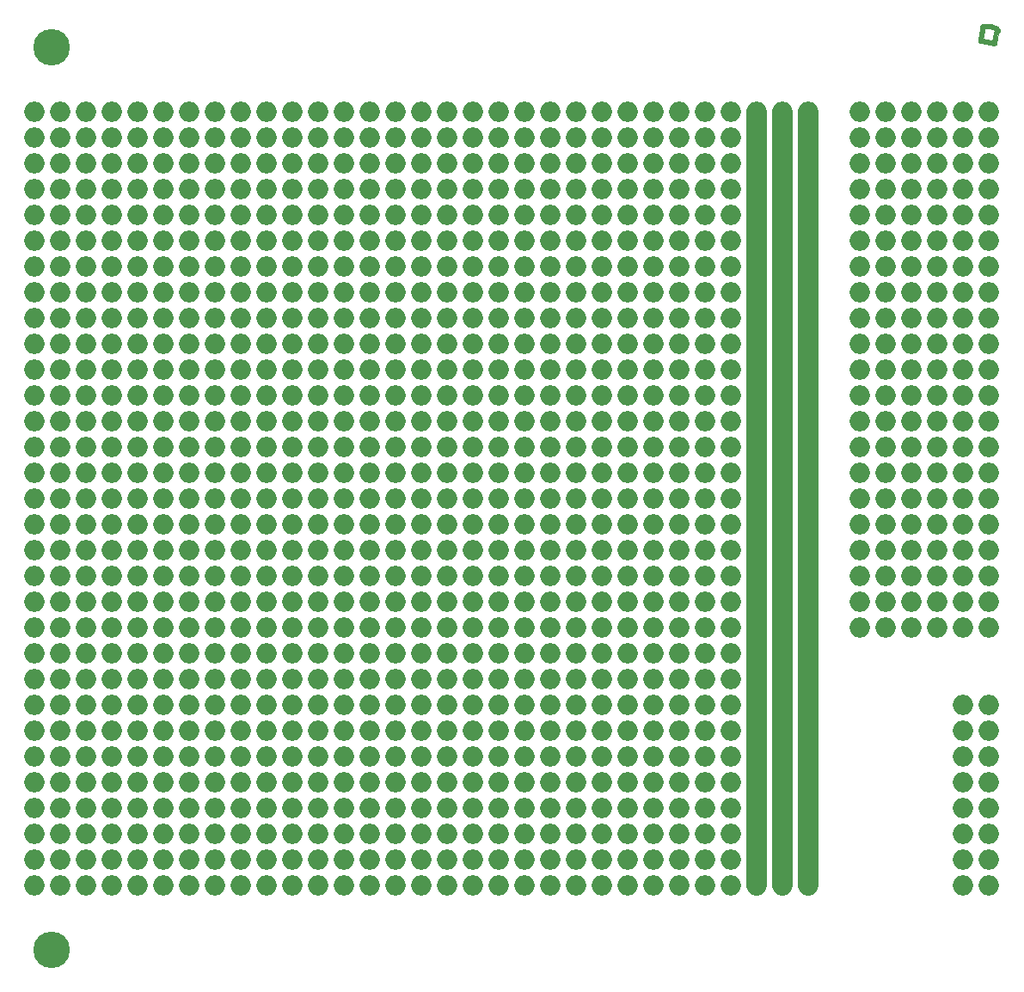
<source format=gbr>
G04 #@! TF.GenerationSoftware,KiCad,Pcbnew,5.1.7-a382d34a8~88~ubuntu16.04.1*
G04 #@! TF.CreationDate,2021-03-11T21:24:15+01:00*
G04 #@! TF.ProjectId,3u-100-eurocard-eurorack-protoboard,33752d31-3030-42d6-9575-726f63617264,rev?*
G04 #@! TF.SameCoordinates,Original*
G04 #@! TF.FileFunction,Copper,L1,Top*
G04 #@! TF.FilePolarity,Positive*
%FSLAX46Y46*%
G04 Gerber Fmt 4.6, Leading zero omitted, Abs format (unit mm)*
G04 Created by KiCad (PCBNEW 5.1.7-a382d34a8~88~ubuntu16.04.1) date 2021-03-11 21:24:15*
%MOMM*%
%LPD*%
G01*
G04 APERTURE LIST*
G04 #@! TA.AperFunction,EtchedComponent*
%ADD10C,0.010000*%
G04 #@! TD*
G04 #@! TA.AperFunction,ComponentPad*
%ADD11O,2.000000X2.000000*%
G04 #@! TD*
G04 #@! TA.AperFunction,ViaPad*
%ADD12C,3.600000*%
G04 #@! TD*
G04 #@! TA.AperFunction,Conductor*
%ADD13C,2.000000*%
G04 #@! TD*
G04 APERTURE END LIST*
D10*
G36*
X95743349Y-3378879D02*
G01*
X95868983Y-3390623D01*
X95998376Y-3409792D01*
X96129949Y-3436280D01*
X96262121Y-3469980D01*
X96273815Y-3473312D01*
X96386468Y-3508714D01*
X96489327Y-3547610D01*
X96586582Y-3591607D01*
X96601138Y-3598842D01*
X96664811Y-3632726D01*
X96718532Y-3665816D01*
X96766043Y-3700726D01*
X96811085Y-3740068D01*
X96831122Y-3759492D01*
X96862793Y-3792477D01*
X96886378Y-3820972D01*
X96904984Y-3849078D01*
X96919316Y-3875952D01*
X96931147Y-3900527D01*
X96938987Y-3919593D01*
X96943658Y-3937248D01*
X96945981Y-3957591D01*
X96946775Y-3984721D01*
X96946861Y-4013536D01*
X96946609Y-4049623D01*
X96945404Y-4075556D01*
X96942569Y-4095292D01*
X96937428Y-4112786D01*
X96929306Y-4131993D01*
X96925060Y-4141062D01*
X96908673Y-4170210D01*
X96886829Y-4202081D01*
X96864704Y-4229256D01*
X96826149Y-4271448D01*
X96717969Y-4817043D01*
X96696333Y-4925789D01*
X96677157Y-5021344D01*
X96660293Y-5104387D01*
X96645595Y-5175596D01*
X96632918Y-5235649D01*
X96622114Y-5285224D01*
X96613037Y-5325000D01*
X96605540Y-5355653D01*
X96599477Y-5377863D01*
X96594702Y-5392308D01*
X96592713Y-5396907D01*
X96566758Y-5435613D01*
X96531377Y-5469776D01*
X96491256Y-5494941D01*
X96488006Y-5496422D01*
X96477596Y-5500973D01*
X96467651Y-5504883D01*
X96457339Y-5508027D01*
X96445825Y-5510281D01*
X96432274Y-5511522D01*
X96415852Y-5511626D01*
X96395724Y-5510469D01*
X96371057Y-5507928D01*
X96341016Y-5503878D01*
X96304766Y-5498196D01*
X96261474Y-5490758D01*
X96210305Y-5481440D01*
X96150424Y-5470119D01*
X96080997Y-5456670D01*
X96001190Y-5440970D01*
X95910169Y-5422895D01*
X95807098Y-5402322D01*
X95691145Y-5379126D01*
X95673333Y-5375562D01*
X95539114Y-5348616D01*
X95418657Y-5324248D01*
X95311855Y-5302435D01*
X95218601Y-5283155D01*
X95138787Y-5266384D01*
X95072307Y-5252100D01*
X95019053Y-5240280D01*
X94978917Y-5230901D01*
X94951793Y-5223941D01*
X94937573Y-5219376D01*
X94937047Y-5219141D01*
X94895827Y-5192550D01*
X94861447Y-5155713D01*
X94835789Y-5111596D01*
X94820738Y-5063163D01*
X94817536Y-5030902D01*
X94818826Y-5018896D01*
X94822694Y-4994187D01*
X94828927Y-4957905D01*
X94837315Y-4911179D01*
X94847648Y-4855138D01*
X94849344Y-4846107D01*
X95290210Y-4846107D01*
X95292624Y-4848739D01*
X95301021Y-4852273D01*
X95316208Y-4856890D01*
X95338990Y-4862768D01*
X95370175Y-4870086D01*
X95410570Y-4879026D01*
X95460980Y-4889765D01*
X95522212Y-4902484D01*
X95595074Y-4917362D01*
X95680372Y-4934579D01*
X95754472Y-4949430D01*
X95833509Y-4965230D01*
X95908463Y-4980208D01*
X95978190Y-4994135D01*
X96041544Y-5006784D01*
X96097381Y-5017924D01*
X96144556Y-5027329D01*
X96181925Y-5034770D01*
X96208343Y-5040019D01*
X96222666Y-5042847D01*
X96224955Y-5043285D01*
X96230679Y-5038224D01*
X96233403Y-5031685D01*
X96235357Y-5022850D01*
X96239827Y-5001321D01*
X96246580Y-4968246D01*
X96255387Y-4924773D01*
X96266016Y-4872049D01*
X96278236Y-4811221D01*
X96291816Y-4743438D01*
X96306525Y-4669846D01*
X96322132Y-4591594D01*
X96333074Y-4536638D01*
X96349279Y-4455631D01*
X96364913Y-4378331D01*
X96379729Y-4305910D01*
X96393478Y-4239538D01*
X96405913Y-4180388D01*
X96416786Y-4129631D01*
X96425851Y-4088437D01*
X96432858Y-4057978D01*
X96437561Y-4039425D01*
X96439278Y-4034280D01*
X96446395Y-4019428D01*
X96449442Y-4010906D01*
X96449444Y-4010832D01*
X96443310Y-4005289D01*
X96426544Y-3995629D01*
X96401602Y-3983013D01*
X96370940Y-3968601D01*
X96337014Y-3953553D01*
X96302279Y-3939030D01*
X96274418Y-3928139D01*
X96154437Y-3888497D01*
X96026038Y-3856071D01*
X95893340Y-3831603D01*
X95760463Y-3815832D01*
X95631525Y-3809497D01*
X95613404Y-3809406D01*
X95566588Y-3809567D01*
X95532076Y-3810229D01*
X95508061Y-3811808D01*
X95492736Y-3814716D01*
X95484293Y-3819371D01*
X95480926Y-3826185D01*
X95480827Y-3835574D01*
X95481252Y-3839735D01*
X95480332Y-3850284D01*
X95476852Y-3873496D01*
X95471028Y-3908197D01*
X95463075Y-3953215D01*
X95453209Y-4007376D01*
X95441644Y-4069507D01*
X95428598Y-4138435D01*
X95414284Y-4212988D01*
X95398918Y-4291992D01*
X95387702Y-4349060D01*
X95371716Y-4430099D01*
X95356522Y-4507203D01*
X95342344Y-4579236D01*
X95329404Y-4645062D01*
X95317925Y-4703545D01*
X95308131Y-4753548D01*
X95300243Y-4793937D01*
X95294485Y-4823574D01*
X95291080Y-4841323D01*
X95290210Y-4846107D01*
X94849344Y-4846107D01*
X94859713Y-4790912D01*
X94873301Y-4719632D01*
X94888201Y-4642426D01*
X94904202Y-4560425D01*
X94921092Y-4474758D01*
X94925150Y-4454304D01*
X95033186Y-3910438D01*
X95014526Y-3863794D01*
X94995718Y-3799857D01*
X94990444Y-3737416D01*
X94998140Y-3677340D01*
X95018242Y-3620499D01*
X95050186Y-3567760D01*
X95093409Y-3519994D01*
X95147347Y-3478069D01*
X95211437Y-3442855D01*
X95285114Y-3415220D01*
X95309972Y-3408287D01*
X95404784Y-3389264D01*
X95509670Y-3378093D01*
X95623051Y-3374667D01*
X95743349Y-3378879D01*
G37*
X95743349Y-3378879D02*
X95868983Y-3390623D01*
X95998376Y-3409792D01*
X96129949Y-3436280D01*
X96262121Y-3469980D01*
X96273815Y-3473312D01*
X96386468Y-3508714D01*
X96489327Y-3547610D01*
X96586582Y-3591607D01*
X96601138Y-3598842D01*
X96664811Y-3632726D01*
X96718532Y-3665816D01*
X96766043Y-3700726D01*
X96811085Y-3740068D01*
X96831122Y-3759492D01*
X96862793Y-3792477D01*
X96886378Y-3820972D01*
X96904984Y-3849078D01*
X96919316Y-3875952D01*
X96931147Y-3900527D01*
X96938987Y-3919593D01*
X96943658Y-3937248D01*
X96945981Y-3957591D01*
X96946775Y-3984721D01*
X96946861Y-4013536D01*
X96946609Y-4049623D01*
X96945404Y-4075556D01*
X96942569Y-4095292D01*
X96937428Y-4112786D01*
X96929306Y-4131993D01*
X96925060Y-4141062D01*
X96908673Y-4170210D01*
X96886829Y-4202081D01*
X96864704Y-4229256D01*
X96826149Y-4271448D01*
X96717969Y-4817043D01*
X96696333Y-4925789D01*
X96677157Y-5021344D01*
X96660293Y-5104387D01*
X96645595Y-5175596D01*
X96632918Y-5235649D01*
X96622114Y-5285224D01*
X96613037Y-5325000D01*
X96605540Y-5355653D01*
X96599477Y-5377863D01*
X96594702Y-5392308D01*
X96592713Y-5396907D01*
X96566758Y-5435613D01*
X96531377Y-5469776D01*
X96491256Y-5494941D01*
X96488006Y-5496422D01*
X96477596Y-5500973D01*
X96467651Y-5504883D01*
X96457339Y-5508027D01*
X96445825Y-5510281D01*
X96432274Y-5511522D01*
X96415852Y-5511626D01*
X96395724Y-5510469D01*
X96371057Y-5507928D01*
X96341016Y-5503878D01*
X96304766Y-5498196D01*
X96261474Y-5490758D01*
X96210305Y-5481440D01*
X96150424Y-5470119D01*
X96080997Y-5456670D01*
X96001190Y-5440970D01*
X95910169Y-5422895D01*
X95807098Y-5402322D01*
X95691145Y-5379126D01*
X95673333Y-5375562D01*
X95539114Y-5348616D01*
X95418657Y-5324248D01*
X95311855Y-5302435D01*
X95218601Y-5283155D01*
X95138787Y-5266384D01*
X95072307Y-5252100D01*
X95019053Y-5240280D01*
X94978917Y-5230901D01*
X94951793Y-5223941D01*
X94937573Y-5219376D01*
X94937047Y-5219141D01*
X94895827Y-5192550D01*
X94861447Y-5155713D01*
X94835789Y-5111596D01*
X94820738Y-5063163D01*
X94817536Y-5030902D01*
X94818826Y-5018896D01*
X94822694Y-4994187D01*
X94828927Y-4957905D01*
X94837315Y-4911179D01*
X94847648Y-4855138D01*
X94849344Y-4846107D01*
X95290210Y-4846107D01*
X95292624Y-4848739D01*
X95301021Y-4852273D01*
X95316208Y-4856890D01*
X95338990Y-4862768D01*
X95370175Y-4870086D01*
X95410570Y-4879026D01*
X95460980Y-4889765D01*
X95522212Y-4902484D01*
X95595074Y-4917362D01*
X95680372Y-4934579D01*
X95754472Y-4949430D01*
X95833509Y-4965230D01*
X95908463Y-4980208D01*
X95978190Y-4994135D01*
X96041544Y-5006784D01*
X96097381Y-5017924D01*
X96144556Y-5027329D01*
X96181925Y-5034770D01*
X96208343Y-5040019D01*
X96222666Y-5042847D01*
X96224955Y-5043285D01*
X96230679Y-5038224D01*
X96233403Y-5031685D01*
X96235357Y-5022850D01*
X96239827Y-5001321D01*
X96246580Y-4968246D01*
X96255387Y-4924773D01*
X96266016Y-4872049D01*
X96278236Y-4811221D01*
X96291816Y-4743438D01*
X96306525Y-4669846D01*
X96322132Y-4591594D01*
X96333074Y-4536638D01*
X96349279Y-4455631D01*
X96364913Y-4378331D01*
X96379729Y-4305910D01*
X96393478Y-4239538D01*
X96405913Y-4180388D01*
X96416786Y-4129631D01*
X96425851Y-4088437D01*
X96432858Y-4057978D01*
X96437561Y-4039425D01*
X96439278Y-4034280D01*
X96446395Y-4019428D01*
X96449442Y-4010906D01*
X96449444Y-4010832D01*
X96443310Y-4005289D01*
X96426544Y-3995629D01*
X96401602Y-3983013D01*
X96370940Y-3968601D01*
X96337014Y-3953553D01*
X96302279Y-3939030D01*
X96274418Y-3928139D01*
X96154437Y-3888497D01*
X96026038Y-3856071D01*
X95893340Y-3831603D01*
X95760463Y-3815832D01*
X95631525Y-3809497D01*
X95613404Y-3809406D01*
X95566588Y-3809567D01*
X95532076Y-3810229D01*
X95508061Y-3811808D01*
X95492736Y-3814716D01*
X95484293Y-3819371D01*
X95480926Y-3826185D01*
X95480827Y-3835574D01*
X95481252Y-3839735D01*
X95480332Y-3850284D01*
X95476852Y-3873496D01*
X95471028Y-3908197D01*
X95463075Y-3953215D01*
X95453209Y-4007376D01*
X95441644Y-4069507D01*
X95428598Y-4138435D01*
X95414284Y-4212988D01*
X95398918Y-4291992D01*
X95387702Y-4349060D01*
X95371716Y-4430099D01*
X95356522Y-4507203D01*
X95342344Y-4579236D01*
X95329404Y-4645062D01*
X95317925Y-4703545D01*
X95308131Y-4753548D01*
X95300243Y-4793937D01*
X95294485Y-4823574D01*
X95291080Y-4841323D01*
X95290210Y-4846107D01*
X94849344Y-4846107D01*
X94859713Y-4790912D01*
X94873301Y-4719632D01*
X94888201Y-4642426D01*
X94904202Y-4560425D01*
X94921092Y-4474758D01*
X94925150Y-4454304D01*
X95033186Y-3910438D01*
X95014526Y-3863794D01*
X94995718Y-3799857D01*
X94990444Y-3737416D01*
X94998140Y-3677340D01*
X95018242Y-3620499D01*
X95050186Y-3567760D01*
X95093409Y-3519994D01*
X95147347Y-3478069D01*
X95211437Y-3442855D01*
X95285114Y-3415220D01*
X95309972Y-3408287D01*
X95404784Y-3389264D01*
X95509670Y-3378093D01*
X95623051Y-3374667D01*
X95743349Y-3378879D01*
D11*
X93345000Y-70485000D03*
X95885000Y-70485000D03*
X93345000Y-73025000D03*
X95885000Y-73025000D03*
X93345000Y-75565000D03*
X95885000Y-75565000D03*
X93345000Y-78105000D03*
X95885000Y-78105000D03*
X93345000Y-80645000D03*
X95885000Y-80645000D03*
X93345000Y-83185000D03*
X95885000Y-83185000D03*
X93345000Y-85725000D03*
X95885000Y-85725000D03*
X93345000Y-88265000D03*
X95885000Y-88265000D03*
X83185000Y-12065000D03*
X85725000Y-12065000D03*
X88265000Y-12065000D03*
X90805000Y-12065000D03*
X93345000Y-12065000D03*
X95885000Y-12065000D03*
X95885000Y-14605000D03*
X93345000Y-14605000D03*
X90805000Y-14605000D03*
X88265000Y-14605000D03*
X85725000Y-14605000D03*
X83185000Y-14605000D03*
X95885000Y-24765000D03*
X93345000Y-24765000D03*
X90805000Y-24765000D03*
X88265000Y-24765000D03*
X85725000Y-24765000D03*
X83185000Y-24765000D03*
X83185000Y-22225000D03*
X85725000Y-22225000D03*
X88265000Y-22225000D03*
X90805000Y-22225000D03*
X93345000Y-22225000D03*
X95885000Y-22225000D03*
X95885000Y-17145000D03*
X93345000Y-17145000D03*
X90805000Y-17145000D03*
X88265000Y-17145000D03*
X85725000Y-17145000D03*
X83185000Y-17145000D03*
X83185000Y-19685000D03*
X85725000Y-19685000D03*
X88265000Y-19685000D03*
X90805000Y-19685000D03*
X93345000Y-19685000D03*
X95885000Y-19685000D03*
X83185000Y-34925000D03*
X85725000Y-34925000D03*
X88265000Y-34925000D03*
X90805000Y-34925000D03*
X93345000Y-34925000D03*
X95885000Y-34925000D03*
X95885000Y-29845000D03*
X93345000Y-29845000D03*
X90805000Y-29845000D03*
X88265000Y-29845000D03*
X85725000Y-29845000D03*
X83185000Y-29845000D03*
X95885000Y-32385000D03*
X93345000Y-32385000D03*
X90805000Y-32385000D03*
X88265000Y-32385000D03*
X85725000Y-32385000D03*
X83185000Y-32385000D03*
X83185000Y-27305000D03*
X85725000Y-27305000D03*
X88265000Y-27305000D03*
X90805000Y-27305000D03*
X93345000Y-27305000D03*
X95885000Y-27305000D03*
X83185000Y-42545000D03*
X85725000Y-42545000D03*
X88265000Y-42545000D03*
X90805000Y-42545000D03*
X93345000Y-42545000D03*
X95885000Y-42545000D03*
X95885000Y-45085000D03*
X93345000Y-45085000D03*
X90805000Y-45085000D03*
X88265000Y-45085000D03*
X85725000Y-45085000D03*
X83185000Y-45085000D03*
X83185000Y-40005000D03*
X85725000Y-40005000D03*
X88265000Y-40005000D03*
X90805000Y-40005000D03*
X93345000Y-40005000D03*
X95885000Y-40005000D03*
X95885000Y-37465000D03*
X93345000Y-37465000D03*
X90805000Y-37465000D03*
X88265000Y-37465000D03*
X85725000Y-37465000D03*
X83185000Y-37465000D03*
X83185000Y-47625000D03*
X85725000Y-47625000D03*
X88265000Y-47625000D03*
X90805000Y-47625000D03*
X93345000Y-47625000D03*
X95885000Y-47625000D03*
X95885000Y-50165000D03*
X93345000Y-50165000D03*
X90805000Y-50165000D03*
X88265000Y-50165000D03*
X85725000Y-50165000D03*
X83185000Y-50165000D03*
X83185000Y-55245000D03*
X85725000Y-55245000D03*
X88265000Y-55245000D03*
X90805000Y-55245000D03*
X93345000Y-55245000D03*
X95885000Y-55245000D03*
X95885000Y-52705000D03*
X93345000Y-52705000D03*
X90805000Y-52705000D03*
X88265000Y-52705000D03*
X85725000Y-52705000D03*
X83185000Y-52705000D03*
X83185000Y-60325000D03*
X85725000Y-60325000D03*
X88265000Y-60325000D03*
X90805000Y-60325000D03*
X93345000Y-60325000D03*
X95885000Y-60325000D03*
X95885000Y-57785000D03*
X93345000Y-57785000D03*
X90805000Y-57785000D03*
X88265000Y-57785000D03*
X85725000Y-57785000D03*
X83185000Y-57785000D03*
X83185000Y-62865000D03*
X85725000Y-62865000D03*
X88265000Y-62865000D03*
X90805000Y-62865000D03*
X93345000Y-62865000D03*
X95885000Y-62865000D03*
X1905000Y-12065000D03*
X4445000Y-12065000D03*
X6985000Y-12065000D03*
X9525000Y-12065000D03*
X12065000Y-12065000D03*
X14605000Y-12065000D03*
X17145000Y-12065000D03*
X19685000Y-12065000D03*
X22225000Y-12065000D03*
X24765000Y-12065000D03*
X27305000Y-12065000D03*
X29845000Y-12065000D03*
X32385000Y-12065000D03*
X34925000Y-12065000D03*
X37465000Y-12065000D03*
X40005000Y-12065000D03*
X42545000Y-12065000D03*
X45085000Y-12065000D03*
X47625000Y-12065000D03*
X50165000Y-12065000D03*
X52705000Y-12065000D03*
X55245000Y-12065000D03*
X57785000Y-12065000D03*
X60325000Y-12065000D03*
X62865000Y-12065000D03*
X65405000Y-12065000D03*
X67945000Y-12065000D03*
X70485000Y-12065000D03*
X73025000Y-12065000D03*
X75565000Y-12065000D03*
X78105000Y-12065000D03*
X78105000Y-88265000D03*
X75565000Y-88265000D03*
X73025000Y-88265000D03*
X70485000Y-88265000D03*
X67945000Y-88265000D03*
X65405000Y-88265000D03*
X62865000Y-88265000D03*
X60325000Y-88265000D03*
X57785000Y-88265000D03*
X55245000Y-88265000D03*
X52705000Y-88265000D03*
X50165000Y-88265000D03*
X47625000Y-88265000D03*
X45085000Y-88265000D03*
X42545000Y-88265000D03*
X40005000Y-88265000D03*
X37465000Y-88265000D03*
X34925000Y-88265000D03*
X32385000Y-88265000D03*
X29845000Y-88265000D03*
X27305000Y-88265000D03*
X24765000Y-88265000D03*
X22225000Y-88265000D03*
X19685000Y-88265000D03*
X17145000Y-88265000D03*
X14605000Y-88265000D03*
X12065000Y-88265000D03*
X9525000Y-88265000D03*
X6985000Y-88265000D03*
X4445000Y-88265000D03*
X1905000Y-88265000D03*
X1905000Y-85725000D03*
X4445000Y-85725000D03*
X6985000Y-85725000D03*
X9525000Y-85725000D03*
X12065000Y-85725000D03*
X14605000Y-85725000D03*
X17145000Y-85725000D03*
X19685000Y-85725000D03*
X22225000Y-85725000D03*
X24765000Y-85725000D03*
X27305000Y-85725000D03*
X29845000Y-85725000D03*
X32385000Y-85725000D03*
X34925000Y-85725000D03*
X37465000Y-85725000D03*
X40005000Y-85725000D03*
X42545000Y-85725000D03*
X45085000Y-85725000D03*
X47625000Y-85725000D03*
X50165000Y-85725000D03*
X52705000Y-85725000D03*
X55245000Y-85725000D03*
X57785000Y-85725000D03*
X60325000Y-85725000D03*
X62865000Y-85725000D03*
X65405000Y-85725000D03*
X67945000Y-85725000D03*
X70485000Y-85725000D03*
X73025000Y-85725000D03*
X75565000Y-85725000D03*
X78105000Y-85725000D03*
X78105000Y-83185000D03*
X75565000Y-83185000D03*
X73025000Y-83185000D03*
X70485000Y-83185000D03*
X67945000Y-83185000D03*
X65405000Y-83185000D03*
X62865000Y-83185000D03*
X60325000Y-83185000D03*
X57785000Y-83185000D03*
X55245000Y-83185000D03*
X52705000Y-83185000D03*
X50165000Y-83185000D03*
X47625000Y-83185000D03*
X45085000Y-83185000D03*
X42545000Y-83185000D03*
X40005000Y-83185000D03*
X37465000Y-83185000D03*
X34925000Y-83185000D03*
X32385000Y-83185000D03*
X29845000Y-83185000D03*
X27305000Y-83185000D03*
X24765000Y-83185000D03*
X22225000Y-83185000D03*
X19685000Y-83185000D03*
X17145000Y-83185000D03*
X14605000Y-83185000D03*
X12065000Y-83185000D03*
X9525000Y-83185000D03*
X6985000Y-83185000D03*
X4445000Y-83185000D03*
X1905000Y-83185000D03*
X78105000Y-80645000D03*
X75565000Y-80645000D03*
X73025000Y-80645000D03*
X70485000Y-80645000D03*
X67945000Y-80645000D03*
X65405000Y-80645000D03*
X62865000Y-80645000D03*
X60325000Y-80645000D03*
X57785000Y-80645000D03*
X55245000Y-80645000D03*
X52705000Y-80645000D03*
X50165000Y-80645000D03*
X47625000Y-80645000D03*
X45085000Y-80645000D03*
X42545000Y-80645000D03*
X40005000Y-80645000D03*
X37465000Y-80645000D03*
X34925000Y-80645000D03*
X32385000Y-80645000D03*
X29845000Y-80645000D03*
X27305000Y-80645000D03*
X24765000Y-80645000D03*
X22225000Y-80645000D03*
X19685000Y-80645000D03*
X17145000Y-80645000D03*
X14605000Y-80645000D03*
X12065000Y-80645000D03*
X9525000Y-80645000D03*
X6985000Y-80645000D03*
X4445000Y-80645000D03*
X1905000Y-80645000D03*
X1905000Y-75565000D03*
X4445000Y-75565000D03*
X6985000Y-75565000D03*
X9525000Y-75565000D03*
X12065000Y-75565000D03*
X14605000Y-75565000D03*
X17145000Y-75565000D03*
X19685000Y-75565000D03*
X22225000Y-75565000D03*
X24765000Y-75565000D03*
X27305000Y-75565000D03*
X29845000Y-75565000D03*
X32385000Y-75565000D03*
X34925000Y-75565000D03*
X37465000Y-75565000D03*
X40005000Y-75565000D03*
X42545000Y-75565000D03*
X45085000Y-75565000D03*
X47625000Y-75565000D03*
X50165000Y-75565000D03*
X52705000Y-75565000D03*
X55245000Y-75565000D03*
X57785000Y-75565000D03*
X60325000Y-75565000D03*
X62865000Y-75565000D03*
X65405000Y-75565000D03*
X67945000Y-75565000D03*
X70485000Y-75565000D03*
X73025000Y-75565000D03*
X75565000Y-75565000D03*
X78105000Y-75565000D03*
X1905000Y-73025000D03*
X4445000Y-73025000D03*
X6985000Y-73025000D03*
X9525000Y-73025000D03*
X12065000Y-73025000D03*
X14605000Y-73025000D03*
X17145000Y-73025000D03*
X19685000Y-73025000D03*
X22225000Y-73025000D03*
X24765000Y-73025000D03*
X27305000Y-73025000D03*
X29845000Y-73025000D03*
X32385000Y-73025000D03*
X34925000Y-73025000D03*
X37465000Y-73025000D03*
X40005000Y-73025000D03*
X42545000Y-73025000D03*
X45085000Y-73025000D03*
X47625000Y-73025000D03*
X50165000Y-73025000D03*
X52705000Y-73025000D03*
X55245000Y-73025000D03*
X57785000Y-73025000D03*
X60325000Y-73025000D03*
X62865000Y-73025000D03*
X65405000Y-73025000D03*
X67945000Y-73025000D03*
X70485000Y-73025000D03*
X73025000Y-73025000D03*
X75565000Y-73025000D03*
X78105000Y-73025000D03*
X78105000Y-78105000D03*
X75565000Y-78105000D03*
X73025000Y-78105000D03*
X70485000Y-78105000D03*
X67945000Y-78105000D03*
X65405000Y-78105000D03*
X62865000Y-78105000D03*
X60325000Y-78105000D03*
X57785000Y-78105000D03*
X55245000Y-78105000D03*
X52705000Y-78105000D03*
X50165000Y-78105000D03*
X47625000Y-78105000D03*
X45085000Y-78105000D03*
X42545000Y-78105000D03*
X40005000Y-78105000D03*
X37465000Y-78105000D03*
X34925000Y-78105000D03*
X32385000Y-78105000D03*
X29845000Y-78105000D03*
X27305000Y-78105000D03*
X24765000Y-78105000D03*
X22225000Y-78105000D03*
X19685000Y-78105000D03*
X17145000Y-78105000D03*
X14605000Y-78105000D03*
X12065000Y-78105000D03*
X9525000Y-78105000D03*
X6985000Y-78105000D03*
X4445000Y-78105000D03*
X1905000Y-78105000D03*
X78105000Y-55245000D03*
X75565000Y-55245000D03*
X73025000Y-55245000D03*
X70485000Y-55245000D03*
X67945000Y-55245000D03*
X65405000Y-55245000D03*
X62865000Y-55245000D03*
X60325000Y-55245000D03*
X57785000Y-55245000D03*
X55245000Y-55245000D03*
X52705000Y-55245000D03*
X50165000Y-55245000D03*
X47625000Y-55245000D03*
X45085000Y-55245000D03*
X42545000Y-55245000D03*
X40005000Y-55245000D03*
X37465000Y-55245000D03*
X34925000Y-55245000D03*
X32385000Y-55245000D03*
X29845000Y-55245000D03*
X27305000Y-55245000D03*
X24765000Y-55245000D03*
X22225000Y-55245000D03*
X19685000Y-55245000D03*
X17145000Y-55245000D03*
X14605000Y-55245000D03*
X12065000Y-55245000D03*
X9525000Y-55245000D03*
X6985000Y-55245000D03*
X4445000Y-55245000D03*
X1905000Y-55245000D03*
X1905000Y-62865000D03*
X4445000Y-62865000D03*
X6985000Y-62865000D03*
X9525000Y-62865000D03*
X12065000Y-62865000D03*
X14605000Y-62865000D03*
X17145000Y-62865000D03*
X19685000Y-62865000D03*
X22225000Y-62865000D03*
X24765000Y-62865000D03*
X27305000Y-62865000D03*
X29845000Y-62865000D03*
X32385000Y-62865000D03*
X34925000Y-62865000D03*
X37465000Y-62865000D03*
X40005000Y-62865000D03*
X42545000Y-62865000D03*
X45085000Y-62865000D03*
X47625000Y-62865000D03*
X50165000Y-62865000D03*
X52705000Y-62865000D03*
X55245000Y-62865000D03*
X57785000Y-62865000D03*
X60325000Y-62865000D03*
X62865000Y-62865000D03*
X65405000Y-62865000D03*
X67945000Y-62865000D03*
X70485000Y-62865000D03*
X73025000Y-62865000D03*
X75565000Y-62865000D03*
X78105000Y-62865000D03*
X78105000Y-70485000D03*
X75565000Y-70485000D03*
X73025000Y-70485000D03*
X70485000Y-70485000D03*
X67945000Y-70485000D03*
X65405000Y-70485000D03*
X62865000Y-70485000D03*
X60325000Y-70485000D03*
X57785000Y-70485000D03*
X55245000Y-70485000D03*
X52705000Y-70485000D03*
X50165000Y-70485000D03*
X47625000Y-70485000D03*
X45085000Y-70485000D03*
X42545000Y-70485000D03*
X40005000Y-70485000D03*
X37465000Y-70485000D03*
X34925000Y-70485000D03*
X32385000Y-70485000D03*
X29845000Y-70485000D03*
X27305000Y-70485000D03*
X24765000Y-70485000D03*
X22225000Y-70485000D03*
X19685000Y-70485000D03*
X17145000Y-70485000D03*
X14605000Y-70485000D03*
X12065000Y-70485000D03*
X9525000Y-70485000D03*
X6985000Y-70485000D03*
X4445000Y-70485000D03*
X1905000Y-70485000D03*
X1905000Y-60325000D03*
X4445000Y-60325000D03*
X6985000Y-60325000D03*
X9525000Y-60325000D03*
X12065000Y-60325000D03*
X14605000Y-60325000D03*
X17145000Y-60325000D03*
X19685000Y-60325000D03*
X22225000Y-60325000D03*
X24765000Y-60325000D03*
X27305000Y-60325000D03*
X29845000Y-60325000D03*
X32385000Y-60325000D03*
X34925000Y-60325000D03*
X37465000Y-60325000D03*
X40005000Y-60325000D03*
X42545000Y-60325000D03*
X45085000Y-60325000D03*
X47625000Y-60325000D03*
X50165000Y-60325000D03*
X52705000Y-60325000D03*
X55245000Y-60325000D03*
X57785000Y-60325000D03*
X60325000Y-60325000D03*
X62865000Y-60325000D03*
X65405000Y-60325000D03*
X67945000Y-60325000D03*
X70485000Y-60325000D03*
X73025000Y-60325000D03*
X75565000Y-60325000D03*
X78105000Y-60325000D03*
X78105000Y-52705000D03*
X75565000Y-52705000D03*
X73025000Y-52705000D03*
X70485000Y-52705000D03*
X67945000Y-52705000D03*
X65405000Y-52705000D03*
X62865000Y-52705000D03*
X60325000Y-52705000D03*
X57785000Y-52705000D03*
X55245000Y-52705000D03*
X52705000Y-52705000D03*
X50165000Y-52705000D03*
X47625000Y-52705000D03*
X45085000Y-52705000D03*
X42545000Y-52705000D03*
X40005000Y-52705000D03*
X37465000Y-52705000D03*
X34925000Y-52705000D03*
X32385000Y-52705000D03*
X29845000Y-52705000D03*
X27305000Y-52705000D03*
X24765000Y-52705000D03*
X22225000Y-52705000D03*
X19685000Y-52705000D03*
X17145000Y-52705000D03*
X14605000Y-52705000D03*
X12065000Y-52705000D03*
X9525000Y-52705000D03*
X6985000Y-52705000D03*
X4445000Y-52705000D03*
X1905000Y-52705000D03*
X1905000Y-57785000D03*
X4445000Y-57785000D03*
X6985000Y-57785000D03*
X9525000Y-57785000D03*
X12065000Y-57785000D03*
X14605000Y-57785000D03*
X17145000Y-57785000D03*
X19685000Y-57785000D03*
X22225000Y-57785000D03*
X24765000Y-57785000D03*
X27305000Y-57785000D03*
X29845000Y-57785000D03*
X32385000Y-57785000D03*
X34925000Y-57785000D03*
X37465000Y-57785000D03*
X40005000Y-57785000D03*
X42545000Y-57785000D03*
X45085000Y-57785000D03*
X47625000Y-57785000D03*
X50165000Y-57785000D03*
X52705000Y-57785000D03*
X55245000Y-57785000D03*
X57785000Y-57785000D03*
X60325000Y-57785000D03*
X62865000Y-57785000D03*
X65405000Y-57785000D03*
X67945000Y-57785000D03*
X70485000Y-57785000D03*
X73025000Y-57785000D03*
X75565000Y-57785000D03*
X78105000Y-57785000D03*
X78105000Y-67945000D03*
X75565000Y-67945000D03*
X73025000Y-67945000D03*
X70485000Y-67945000D03*
X67945000Y-67945000D03*
X65405000Y-67945000D03*
X62865000Y-67945000D03*
X60325000Y-67945000D03*
X57785000Y-67945000D03*
X55245000Y-67945000D03*
X52705000Y-67945000D03*
X50165000Y-67945000D03*
X47625000Y-67945000D03*
X45085000Y-67945000D03*
X42545000Y-67945000D03*
X40005000Y-67945000D03*
X37465000Y-67945000D03*
X34925000Y-67945000D03*
X32385000Y-67945000D03*
X29845000Y-67945000D03*
X27305000Y-67945000D03*
X24765000Y-67945000D03*
X22225000Y-67945000D03*
X19685000Y-67945000D03*
X17145000Y-67945000D03*
X14605000Y-67945000D03*
X12065000Y-67945000D03*
X9525000Y-67945000D03*
X6985000Y-67945000D03*
X4445000Y-67945000D03*
X1905000Y-67945000D03*
X1905000Y-65405000D03*
X4445000Y-65405000D03*
X6985000Y-65405000D03*
X9525000Y-65405000D03*
X12065000Y-65405000D03*
X14605000Y-65405000D03*
X17145000Y-65405000D03*
X19685000Y-65405000D03*
X22225000Y-65405000D03*
X24765000Y-65405000D03*
X27305000Y-65405000D03*
X29845000Y-65405000D03*
X32385000Y-65405000D03*
X34925000Y-65405000D03*
X37465000Y-65405000D03*
X40005000Y-65405000D03*
X42545000Y-65405000D03*
X45085000Y-65405000D03*
X47625000Y-65405000D03*
X50165000Y-65405000D03*
X52705000Y-65405000D03*
X55245000Y-65405000D03*
X57785000Y-65405000D03*
X60325000Y-65405000D03*
X62865000Y-65405000D03*
X65405000Y-65405000D03*
X67945000Y-65405000D03*
X70485000Y-65405000D03*
X73025000Y-65405000D03*
X75565000Y-65405000D03*
X78105000Y-65405000D03*
X78105000Y-14605000D03*
X75565000Y-14605000D03*
X73025000Y-14605000D03*
X70485000Y-14605000D03*
X67945000Y-14605000D03*
X65405000Y-14605000D03*
X62865000Y-14605000D03*
X60325000Y-14605000D03*
X57785000Y-14605000D03*
X55245000Y-14605000D03*
X52705000Y-14605000D03*
X50165000Y-14605000D03*
X47625000Y-14605000D03*
X45085000Y-14605000D03*
X42545000Y-14605000D03*
X40005000Y-14605000D03*
X37465000Y-14605000D03*
X34925000Y-14605000D03*
X32385000Y-14605000D03*
X29845000Y-14605000D03*
X27305000Y-14605000D03*
X24765000Y-14605000D03*
X22225000Y-14605000D03*
X19685000Y-14605000D03*
X17145000Y-14605000D03*
X14605000Y-14605000D03*
X12065000Y-14605000D03*
X9525000Y-14605000D03*
X6985000Y-14605000D03*
X4445000Y-14605000D03*
X1905000Y-14605000D03*
X78105000Y-19685000D03*
X75565000Y-19685000D03*
X73025000Y-19685000D03*
X70485000Y-19685000D03*
X67945000Y-19685000D03*
X65405000Y-19685000D03*
X62865000Y-19685000D03*
X60325000Y-19685000D03*
X57785000Y-19685000D03*
X55245000Y-19685000D03*
X52705000Y-19685000D03*
X50165000Y-19685000D03*
X47625000Y-19685000D03*
X45085000Y-19685000D03*
X42545000Y-19685000D03*
X40005000Y-19685000D03*
X37465000Y-19685000D03*
X34925000Y-19685000D03*
X32385000Y-19685000D03*
X29845000Y-19685000D03*
X27305000Y-19685000D03*
X24765000Y-19685000D03*
X22225000Y-19685000D03*
X19685000Y-19685000D03*
X17145000Y-19685000D03*
X14605000Y-19685000D03*
X12065000Y-19685000D03*
X9525000Y-19685000D03*
X6985000Y-19685000D03*
X4445000Y-19685000D03*
X1905000Y-19685000D03*
X1905000Y-27305000D03*
X4445000Y-27305000D03*
X6985000Y-27305000D03*
X9525000Y-27305000D03*
X12065000Y-27305000D03*
X14605000Y-27305000D03*
X17145000Y-27305000D03*
X19685000Y-27305000D03*
X22225000Y-27305000D03*
X24765000Y-27305000D03*
X27305000Y-27305000D03*
X29845000Y-27305000D03*
X32385000Y-27305000D03*
X34925000Y-27305000D03*
X37465000Y-27305000D03*
X40005000Y-27305000D03*
X42545000Y-27305000D03*
X45085000Y-27305000D03*
X47625000Y-27305000D03*
X50165000Y-27305000D03*
X52705000Y-27305000D03*
X55245000Y-27305000D03*
X57785000Y-27305000D03*
X60325000Y-27305000D03*
X62865000Y-27305000D03*
X65405000Y-27305000D03*
X67945000Y-27305000D03*
X70485000Y-27305000D03*
X73025000Y-27305000D03*
X75565000Y-27305000D03*
X78105000Y-27305000D03*
X1905000Y-24765000D03*
X4445000Y-24765000D03*
X6985000Y-24765000D03*
X9525000Y-24765000D03*
X12065000Y-24765000D03*
X14605000Y-24765000D03*
X17145000Y-24765000D03*
X19685000Y-24765000D03*
X22225000Y-24765000D03*
X24765000Y-24765000D03*
X27305000Y-24765000D03*
X29845000Y-24765000D03*
X32385000Y-24765000D03*
X34925000Y-24765000D03*
X37465000Y-24765000D03*
X40005000Y-24765000D03*
X42545000Y-24765000D03*
X45085000Y-24765000D03*
X47625000Y-24765000D03*
X50165000Y-24765000D03*
X52705000Y-24765000D03*
X55245000Y-24765000D03*
X57785000Y-24765000D03*
X60325000Y-24765000D03*
X62865000Y-24765000D03*
X65405000Y-24765000D03*
X67945000Y-24765000D03*
X70485000Y-24765000D03*
X73025000Y-24765000D03*
X75565000Y-24765000D03*
X78105000Y-24765000D03*
X78105000Y-17145000D03*
X75565000Y-17145000D03*
X73025000Y-17145000D03*
X70485000Y-17145000D03*
X67945000Y-17145000D03*
X65405000Y-17145000D03*
X62865000Y-17145000D03*
X60325000Y-17145000D03*
X57785000Y-17145000D03*
X55245000Y-17145000D03*
X52705000Y-17145000D03*
X50165000Y-17145000D03*
X47625000Y-17145000D03*
X45085000Y-17145000D03*
X42545000Y-17145000D03*
X40005000Y-17145000D03*
X37465000Y-17145000D03*
X34925000Y-17145000D03*
X32385000Y-17145000D03*
X29845000Y-17145000D03*
X27305000Y-17145000D03*
X24765000Y-17145000D03*
X22225000Y-17145000D03*
X19685000Y-17145000D03*
X17145000Y-17145000D03*
X14605000Y-17145000D03*
X12065000Y-17145000D03*
X9525000Y-17145000D03*
X6985000Y-17145000D03*
X4445000Y-17145000D03*
X1905000Y-17145000D03*
X1905000Y-22225000D03*
X4445000Y-22225000D03*
X6985000Y-22225000D03*
X9525000Y-22225000D03*
X12065000Y-22225000D03*
X14605000Y-22225000D03*
X17145000Y-22225000D03*
X19685000Y-22225000D03*
X22225000Y-22225000D03*
X24765000Y-22225000D03*
X27305000Y-22225000D03*
X29845000Y-22225000D03*
X32385000Y-22225000D03*
X34925000Y-22225000D03*
X37465000Y-22225000D03*
X40005000Y-22225000D03*
X42545000Y-22225000D03*
X45085000Y-22225000D03*
X47625000Y-22225000D03*
X50165000Y-22225000D03*
X52705000Y-22225000D03*
X55245000Y-22225000D03*
X57785000Y-22225000D03*
X60325000Y-22225000D03*
X62865000Y-22225000D03*
X65405000Y-22225000D03*
X67945000Y-22225000D03*
X70485000Y-22225000D03*
X73025000Y-22225000D03*
X75565000Y-22225000D03*
X78105000Y-22225000D03*
X1905000Y-29845000D03*
X4445000Y-29845000D03*
X6985000Y-29845000D03*
X9525000Y-29845000D03*
X12065000Y-29845000D03*
X14605000Y-29845000D03*
X17145000Y-29845000D03*
X19685000Y-29845000D03*
X22225000Y-29845000D03*
X24765000Y-29845000D03*
X27305000Y-29845000D03*
X29845000Y-29845000D03*
X32385000Y-29845000D03*
X34925000Y-29845000D03*
X37465000Y-29845000D03*
X40005000Y-29845000D03*
X42545000Y-29845000D03*
X45085000Y-29845000D03*
X47625000Y-29845000D03*
X50165000Y-29845000D03*
X52705000Y-29845000D03*
X55245000Y-29845000D03*
X57785000Y-29845000D03*
X60325000Y-29845000D03*
X62865000Y-29845000D03*
X65405000Y-29845000D03*
X67945000Y-29845000D03*
X70485000Y-29845000D03*
X73025000Y-29845000D03*
X75565000Y-29845000D03*
X78105000Y-29845000D03*
X78105000Y-37465000D03*
X75565000Y-37465000D03*
X73025000Y-37465000D03*
X70485000Y-37465000D03*
X67945000Y-37465000D03*
X65405000Y-37465000D03*
X62865000Y-37465000D03*
X60325000Y-37465000D03*
X57785000Y-37465000D03*
X55245000Y-37465000D03*
X52705000Y-37465000D03*
X50165000Y-37465000D03*
X47625000Y-37465000D03*
X45085000Y-37465000D03*
X42545000Y-37465000D03*
X40005000Y-37465000D03*
X37465000Y-37465000D03*
X34925000Y-37465000D03*
X32385000Y-37465000D03*
X29845000Y-37465000D03*
X27305000Y-37465000D03*
X24765000Y-37465000D03*
X22225000Y-37465000D03*
X19685000Y-37465000D03*
X17145000Y-37465000D03*
X14605000Y-37465000D03*
X12065000Y-37465000D03*
X9525000Y-37465000D03*
X6985000Y-37465000D03*
X4445000Y-37465000D03*
X1905000Y-37465000D03*
X78105000Y-34925000D03*
X75565000Y-34925000D03*
X73025000Y-34925000D03*
X70485000Y-34925000D03*
X67945000Y-34925000D03*
X65405000Y-34925000D03*
X62865000Y-34925000D03*
X60325000Y-34925000D03*
X57785000Y-34925000D03*
X55245000Y-34925000D03*
X52705000Y-34925000D03*
X50165000Y-34925000D03*
X47625000Y-34925000D03*
X45085000Y-34925000D03*
X42545000Y-34925000D03*
X40005000Y-34925000D03*
X37465000Y-34925000D03*
X34925000Y-34925000D03*
X32385000Y-34925000D03*
X29845000Y-34925000D03*
X27305000Y-34925000D03*
X24765000Y-34925000D03*
X22225000Y-34925000D03*
X19685000Y-34925000D03*
X17145000Y-34925000D03*
X14605000Y-34925000D03*
X12065000Y-34925000D03*
X9525000Y-34925000D03*
X6985000Y-34925000D03*
X4445000Y-34925000D03*
X1905000Y-34925000D03*
X1905000Y-32385000D03*
X4445000Y-32385000D03*
X6985000Y-32385000D03*
X9525000Y-32385000D03*
X12065000Y-32385000D03*
X14605000Y-32385000D03*
X17145000Y-32385000D03*
X19685000Y-32385000D03*
X22225000Y-32385000D03*
X24765000Y-32385000D03*
X27305000Y-32385000D03*
X29845000Y-32385000D03*
X32385000Y-32385000D03*
X34925000Y-32385000D03*
X37465000Y-32385000D03*
X40005000Y-32385000D03*
X42545000Y-32385000D03*
X45085000Y-32385000D03*
X47625000Y-32385000D03*
X50165000Y-32385000D03*
X52705000Y-32385000D03*
X55245000Y-32385000D03*
X57785000Y-32385000D03*
X60325000Y-32385000D03*
X62865000Y-32385000D03*
X65405000Y-32385000D03*
X67945000Y-32385000D03*
X70485000Y-32385000D03*
X73025000Y-32385000D03*
X75565000Y-32385000D03*
X78105000Y-32385000D03*
X78105000Y-42545000D03*
X75565000Y-42545000D03*
X73025000Y-42545000D03*
X70485000Y-42545000D03*
X67945000Y-42545000D03*
X65405000Y-42545000D03*
X62865000Y-42545000D03*
X60325000Y-42545000D03*
X57785000Y-42545000D03*
X55245000Y-42545000D03*
X52705000Y-42545000D03*
X50165000Y-42545000D03*
X47625000Y-42545000D03*
X45085000Y-42545000D03*
X42545000Y-42545000D03*
X40005000Y-42545000D03*
X37465000Y-42545000D03*
X34925000Y-42545000D03*
X32385000Y-42545000D03*
X29845000Y-42545000D03*
X27305000Y-42545000D03*
X24765000Y-42545000D03*
X22225000Y-42545000D03*
X19685000Y-42545000D03*
X17145000Y-42545000D03*
X14605000Y-42545000D03*
X12065000Y-42545000D03*
X9525000Y-42545000D03*
X6985000Y-42545000D03*
X4445000Y-42545000D03*
X1905000Y-42545000D03*
X78105000Y-40005000D03*
X75565000Y-40005000D03*
X73025000Y-40005000D03*
X70485000Y-40005000D03*
X67945000Y-40005000D03*
X65405000Y-40005000D03*
X62865000Y-40005000D03*
X60325000Y-40005000D03*
X57785000Y-40005000D03*
X55245000Y-40005000D03*
X52705000Y-40005000D03*
X50165000Y-40005000D03*
X47625000Y-40005000D03*
X45085000Y-40005000D03*
X42545000Y-40005000D03*
X40005000Y-40005000D03*
X37465000Y-40005000D03*
X34925000Y-40005000D03*
X32385000Y-40005000D03*
X29845000Y-40005000D03*
X27305000Y-40005000D03*
X24765000Y-40005000D03*
X22225000Y-40005000D03*
X19685000Y-40005000D03*
X17145000Y-40005000D03*
X14605000Y-40005000D03*
X12065000Y-40005000D03*
X9525000Y-40005000D03*
X6985000Y-40005000D03*
X4445000Y-40005000D03*
X1905000Y-40005000D03*
X1905000Y-45085000D03*
X4445000Y-45085000D03*
X6985000Y-45085000D03*
X9525000Y-45085000D03*
X12065000Y-45085000D03*
X14605000Y-45085000D03*
X17145000Y-45085000D03*
X19685000Y-45085000D03*
X22225000Y-45085000D03*
X24765000Y-45085000D03*
X27305000Y-45085000D03*
X29845000Y-45085000D03*
X32385000Y-45085000D03*
X34925000Y-45085000D03*
X37465000Y-45085000D03*
X40005000Y-45085000D03*
X42545000Y-45085000D03*
X45085000Y-45085000D03*
X47625000Y-45085000D03*
X50165000Y-45085000D03*
X52705000Y-45085000D03*
X55245000Y-45085000D03*
X57785000Y-45085000D03*
X60325000Y-45085000D03*
X62865000Y-45085000D03*
X65405000Y-45085000D03*
X67945000Y-45085000D03*
X70485000Y-45085000D03*
X73025000Y-45085000D03*
X75565000Y-45085000D03*
X78105000Y-45085000D03*
X1905000Y-47625000D03*
X4445000Y-47625000D03*
X6985000Y-47625000D03*
X9525000Y-47625000D03*
X12065000Y-47625000D03*
X14605000Y-47625000D03*
X17145000Y-47625000D03*
X19685000Y-47625000D03*
X22225000Y-47625000D03*
X24765000Y-47625000D03*
X27305000Y-47625000D03*
X29845000Y-47625000D03*
X32385000Y-47625000D03*
X34925000Y-47625000D03*
X37465000Y-47625000D03*
X40005000Y-47625000D03*
X42545000Y-47625000D03*
X45085000Y-47625000D03*
X47625000Y-47625000D03*
X50165000Y-47625000D03*
X52705000Y-47625000D03*
X55245000Y-47625000D03*
X57785000Y-47625000D03*
X60325000Y-47625000D03*
X62865000Y-47625000D03*
X65405000Y-47625000D03*
X67945000Y-47625000D03*
X70485000Y-47625000D03*
X73025000Y-47625000D03*
X75565000Y-47625000D03*
X78105000Y-47625000D03*
X78105000Y-50165000D03*
X75565000Y-50165000D03*
X73025000Y-50165000D03*
X70485000Y-50165000D03*
X67945000Y-50165000D03*
X65405000Y-50165000D03*
X62865000Y-50165000D03*
X60325000Y-50165000D03*
X57785000Y-50165000D03*
X55245000Y-50165000D03*
X52705000Y-50165000D03*
X50165000Y-50165000D03*
X47625000Y-50165000D03*
X45085000Y-50165000D03*
X42545000Y-50165000D03*
X40005000Y-50165000D03*
X37465000Y-50165000D03*
X34925000Y-50165000D03*
X32385000Y-50165000D03*
X29845000Y-50165000D03*
X27305000Y-50165000D03*
X24765000Y-50165000D03*
X22225000Y-50165000D03*
X19685000Y-50165000D03*
X17145000Y-50165000D03*
X14605000Y-50165000D03*
X12065000Y-50165000D03*
X9525000Y-50165000D03*
X6985000Y-50165000D03*
X4445000Y-50165000D03*
X1905000Y-50165000D03*
D12*
X3570000Y-94615000D03*
X3570000Y-5715000D03*
D13*
X73025000Y-12065000D02*
X73025000Y-88265000D01*
X75565000Y-88265000D02*
X75565000Y-12065000D01*
X78105000Y-12065000D02*
X78105000Y-88265000D01*
M02*

</source>
